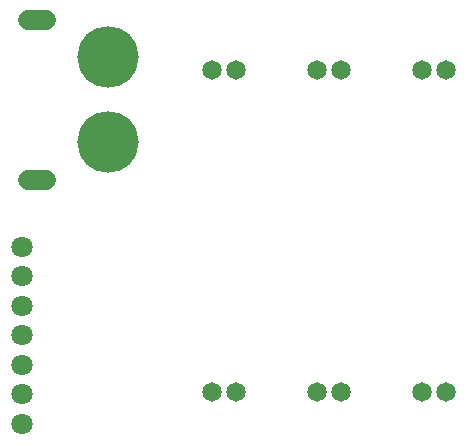
<source format=gbs>
G04 EAGLE Gerber RS-274X export*
G75*
%MOMM*%
%FSLAX34Y34*%
%LPD*%
%INSoldermask Bottom*%
%IPPOS*%
%AMOC8*
5,1,8,0,0,1.08239X$1,22.5*%
G01*
%ADD10C,1.651000*%
%ADD11C,1.803200*%
%ADD12C,5.203200*%
%ADD13C,1.703200*%


D10*
X251300Y63500D03*
X231300Y63500D03*
X340200Y63500D03*
X320200Y63500D03*
X429100Y63500D03*
X409100Y63500D03*
X409100Y336550D03*
X429100Y336550D03*
X320200Y336550D03*
X340200Y336550D03*
X231300Y336550D03*
X251300Y336550D03*
D11*
X70000Y37000D03*
X70000Y62000D03*
X70000Y87000D03*
X70000Y112000D03*
X70000Y137000D03*
X70000Y162000D03*
X70000Y187000D03*
D12*
X143000Y275150D03*
X143000Y347150D03*
D13*
X90500Y243650D02*
X75500Y243650D01*
X75500Y378650D02*
X90500Y378650D01*
M02*

</source>
